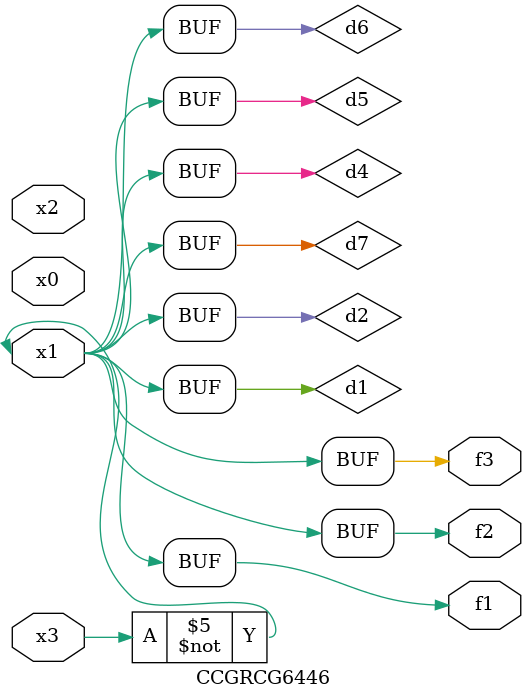
<source format=v>
module CCGRCG6446(
	input x0, x1, x2, x3,
	output f1, f2, f3
);

	wire d1, d2, d3, d4, d5, d6, d7;

	not (d1, x3);
	buf (d2, x1);
	xnor (d3, d1, d2);
	nor (d4, d1);
	buf (d5, d1, d2);
	buf (d6, d4, d5);
	nand (d7, d4);
	assign f1 = d6;
	assign f2 = d7;
	assign f3 = d6;
endmodule

</source>
